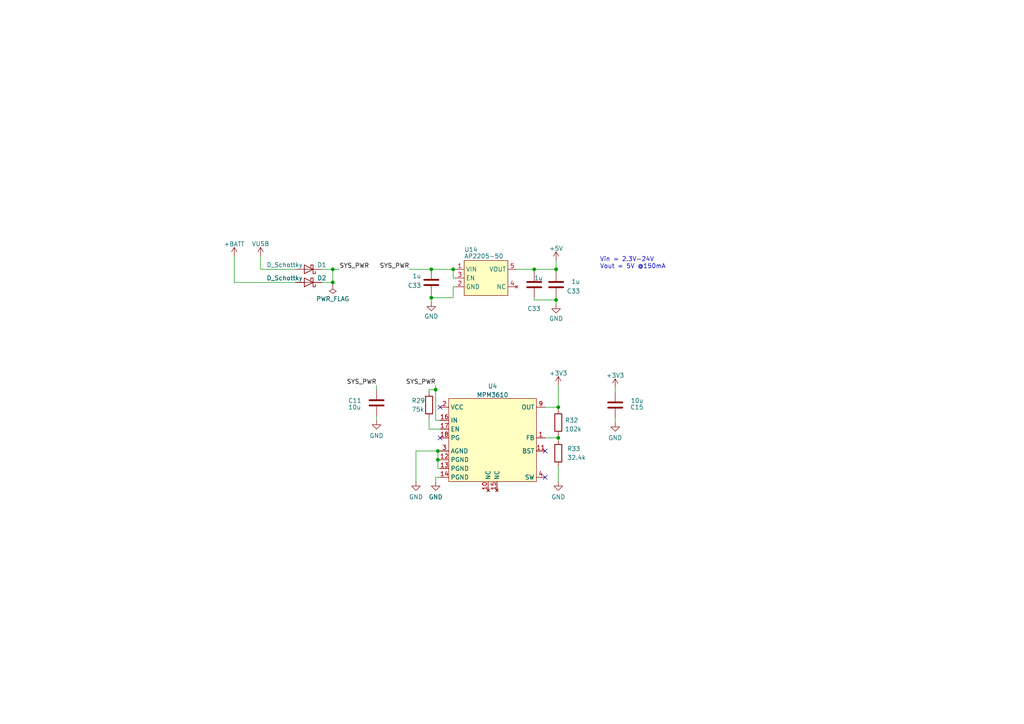
<source format=kicad_sch>
(kicad_sch (version 20230121) (generator eeschema)
  (paper "A4")
  (lib_symbols
    (symbol "0.power-symbols:+3.3V" (power) (pin_names (offset 0))
      (property "Value" "+3.3V" (at 0 3.556 0))
      (symbol "+3.3V_0_1"
        (polyline (pts (xy -0.762 1.27) (xy 0 2.54)))
        (polyline (pts (xy 0 0) (xy 0 2.54)))
        (polyline (pts (xy 0 2.54) (xy 0.762 1.27)))
      )
      (symbol "+3.3V_1_1"
        (pin power_in line (at 0 0 90) (length 0) hide (name "+3V3") (number "1"))
      )
    )
    (symbol "0.power-symbols:+5V" (power) (pin_names (offset 0))
      (property "Value" "+5V" (at 0 3.556 0))
      (symbol "+5V_0_1"
        (polyline (pts (xy -0.762 1.27) (xy 0 2.54)))
        (polyline (pts (xy 0 0) (xy 0 2.54)))
        (polyline (pts (xy 0 2.54) (xy 0.762 1.27)))
      )
      (symbol "+5V_1_1"
        (pin power_in line (at 0 0 90) (length 0) hide (name "+5V") (number "1"))
      )
    )
    (symbol "0.power-symbols:+BATT" (power) (pin_names (offset 0))
      (property "Value" "+BATT" (at 0 3.556 0))
      (symbol "+BATT_0_1"
        (polyline (pts (xy -0.762 1.27) (xy 0 2.54)))
        (polyline (pts (xy 0 0) (xy 0 2.54)))
        (polyline (pts (xy 0 2.54) (xy 0.762 1.27)))
      )
      (symbol "+BATT_1_1"
        (pin power_in line (at 0 0 90) (length 0) hide (name "+BATT") (number "1"))
      )
    )
    (symbol "0.power-symbols:GND" (power) (pin_names (offset 0))
      (property "Value" "GND" (at 0 -3.81 0))
      (symbol "GND_0_1"
        (polyline (pts (xy 0 0) (xy 0 -1.27) (xy 1.27 -1.27) (xy 0 -2.54) (xy -1.27 -1.27) (xy 0 -1.27)))
      )
      (symbol "GND_1_1"
        (pin power_in line (at 0 0 270) (length 0) hide (name "GND") (number "1"))
      )
    )
    (symbol "0.power-symbols:PWR_FLAG" (power) (pin_numbers hide) (pin_names (offset 0) hide)
      (property "Value" "PWR_FLAG" (at 0 3.81 0))
      (symbol "PWR_FLAG_0_0"
        (pin power_out line (at 0 0 90) (length 0) (name "pwr") (number "1"))
      )
      (symbol "PWR_FLAG_0_1"
        (polyline (pts (xy 0 0) (xy 0 1.27) (xy -1.016 1.905) (xy 0 2.54) (xy 1.016 1.905) (xy 0 1.27)))
      )
    )
    (symbol "0.power-symbols:VUSB" (power) (pin_names (offset 0))
      (property "Value" "VUSB" (at 0 3.556 0))
      (symbol "VUSB_0_1"
        (polyline (pts (xy -0.762 1.27) (xy 0 2.54)))
        (polyline (pts (xy 0 0) (xy 0 2.54)))
        (polyline (pts (xy 0 2.54) (xy 0.762 1.27)))
      )
      (symbol "VUSB_1_1"
        (pin power_in line (at 0 0 90) (length 0) hide (name "VUSB") (number "1"))
      )
    )
    (symbol "1.semi.discrete:D_Schottky" (pin_numbers hide) (pin_names (offset 1.016) hide)
      (property "Reference" "D" (at 0 2.54 0))
      (property "Value" "D_Schottky" (at 0 -2.54 0))
      (symbol "D_Schottky_0_1"
        (polyline (pts (xy 1.27 0) (xy -1.27 0)))
        (polyline (pts (xy 1.27 1.27) (xy 1.27 -1.27) (xy -1.27 0) (xy 1.27 1.27)) (stroke (width 0.2032)))
        (polyline (pts (xy -1.905 0.635) (xy -1.905 1.27) (xy -1.27 1.27) (xy -1.27 -1.27) (xy -0.635 -1.27) (xy -0.635 -0.635)) (stroke (width 0.2032)))
      )
      (symbol "D_Schottky_1_1"
        (pin passive line (at -3.81 0 0) (length 2.54) (name "K") (number "1"))
        (pin passive line (at 3.81 0 180) (length 2.54) (name "A") (number "2"))
      )
    )
    (symbol "1.semi.ic.pmic.voltagereg:AP2205"
      (property "Reference" "U" (at -5.715 3.175 0))
      (property "Value" "AP2205" (at -5.715 1.27 0))
      (symbol "AP2205_0_1"
        (rectangle (start -5.715 0) (end 6.985 -10.16) (fill (type background)))
        (pin power_in line (at -8.255 -2.54 0) (length 2.54) (name "VIN") (number "1"))
        (pin power_in line (at -8.255 -7.62 0) (length 2.54) (name "GND") (number "2"))
        (pin input line (at -8.255 -5.08 0) (length 2.54) (name "EN") (number "3"))
        (pin power_out line (at 9.525 -2.54 180) (length 2.54) (name "VOUT") (number "5"))
      )
      (symbol "AP2205_1_1"
        (pin no_connect line (at 9.525 -7.62 180) (length 2.54) (name "NC") (number "4"))
      )
    )
    (symbol "2.passive:C" (pin_numbers hide) (pin_names (offset 0.254))
      (property "Reference" "C" (at 0.635 2.54 0))
      (property "Value" "C" (at 0.635 -2.54 0))
      (symbol "C_0_1"
        (polyline (pts (xy -2.032 -0.762) (xy 2.032 -0.762)) (stroke (width 0.508)))
        (polyline (pts (xy -2.032 0.762) (xy 2.032 0.762)) (stroke (width 0.508)))
      )
      (symbol "C_1_1"
        (pin passive line (at 0 3.81 270) (length 2.794) (name "~") (number "1"))
        (pin passive line (at 0 -3.81 90) (length 2.794) (name "~") (number "2"))
      )
    )
    (symbol "2.passive:R" (pin_numbers hide) (pin_names (offset 0))
      (property "Reference" "R" (at 2.032 0 90))
      (property "Value" "R" (at 0 0 90))
      (symbol "R_0_1"
        (rectangle (start -1.016 -2.54) (end 1.016 2.54) (stroke (width 0.254)))
      )
      (symbol "R_1_1"
        (pin passive line (at 0 3.81 270) (length 1.27) (name "~") (number "1"))
        (pin passive line (at 0 -3.81 90) (length 1.27) (name "~") (number "2"))
      )
    )
    (symbol "MPM3610_2"
      (property "Reference" "U" (at 0 15.24 0))
      (property "Value" "MPM3610_2" (at 0 12.7 0))
      (symbol "MPM3610_2_0_1"
        (rectangle (start -12.7 11.43) (end 12.7 -12.7) (fill (type background)))
      )
      (symbol "MPM3610_2_1_1"
        (pin passive line (at 15.24 0 180) (length 2.54) (name "FB") (number "1"))
        (pin no_connect line (at -1.27 -15.24 90) (length 2.54) (name "NC") (number "10"))
        (pin input line (at 15.24 -3.81 180) (length 2.54) (name "BST") (number "11"))
        (pin passive line (at -15.24 -6.35 0) (length 2.54) (name "PGND") (number "12"))
        (pin passive line (at -15.24 -8.89 0) (length 2.54) (name "PGND") (number "13"))
        (pin passive line (at -15.24 -11.43 0) (length 2.54) (name "PGND") (number "14"))
        (pin no_connect line (at 1.27 -15.24 90) (length 2.54) (name "NC") (number "15"))
        (pin power_in line (at -15.24 5.08 0) (length 2.54) (name "IN") (number "16"))
        (pin passive line (at -15.24 2.54 0) (length 2.54) (name "EN") (number "17"))
        (pin passive line (at -15.24 0 0) (length 2.54) (name "PG") (number "18"))
        (pin power_in line (at -15.24 8.89 0) (length 2.54) (name "VCC") (number "2"))
        (pin passive line (at -15.24 -3.81 0) (length 2.54) (name "AGND") (number "3"))
        (pin output line (at 15.24 -11.43 180) (length 2.54) (name "SW") (number "4"))
        (pin passive line (at 15.24 8.89 180) (length 2.54) (name "OUT") (number "9"))
      )
    )
  )
  (junction (at 125.095 86.36))
  (junction (at 161.925 118.11))
  (junction (at 127 130.81))
  (junction (at 161.29 78.105))
  (junction (at 127 133.35))
  (junction (at 126.365 113.03))
  (junction (at 154.94 78.105))
  (junction (at 161.29 86.995))
  (junction (at 161.925 127))
  (junction (at 125.095 78.105))
  (junction (at 96.52 81.915))
  (junction (at 131.445 78.105))
  (junction (at 96.52 78.105))
  (no_connect (at 158.115 138.43))
  (no_connect (at 127.635 127))
  (no_connect (at 158.115 130.81))
  (no_connect (at 127.635 118.11))
  (wire (pts (xy 127.635 135.89) (xy 127 135.89)))
  (wire (pts (xy 161.925 127) (xy 161.925 127.635)))
  (wire (pts (xy 127.635 124.46) (xy 124.46 124.46)))
  (wire (pts (xy 158.115 127) (xy 161.925 127)))
  (wire (pts (xy 131.445 86.36) (xy 125.095 86.36)))
  (wire (pts (xy 109.22 120.65) (xy 109.22 121.92)))
  (wire (pts (xy 124.46 113.03) (xy 124.46 113.665)))
  (wire (pts (xy 118.745 78.105) (xy 125.095 78.105)))
  (wire (pts (xy 96.52 81.915) (xy 96.52 82.55)))
  (wire (pts (xy 154.94 86.995) (xy 161.29 86.995)))
  (wire (pts (xy 109.22 111.76) (xy 109.22 113.03)))
  (wire (pts (xy 161.925 111.76) (xy 161.925 118.11)))
  (wire (pts (xy 96.52 78.105) (xy 98.425 78.105)))
  (wire (pts (xy 161.29 78.105) (xy 161.29 78.74)))
  (wire (pts (xy 124.46 113.03) (xy 126.365 113.03)))
  (wire (pts (xy 154.94 78.105) (xy 161.29 78.105)))
  (wire (pts (xy 127 133.35) (xy 127.635 133.35)))
  (wire (pts (xy 154.94 78.105) (xy 149.86 78.105)))
  (wire (pts (xy 161.925 126.365) (xy 161.925 127)))
  (wire (pts (xy 131.445 78.105) (xy 131.445 80.645)))
  (wire (pts (xy 154.94 86.995) (xy 154.94 86.36)))
  (wire (pts (xy 126.365 138.43) (xy 126.365 139.7)))
  (wire (pts (xy 131.445 83.185) (xy 132.08 83.185)))
  (wire (pts (xy 154.94 78.74) (xy 154.94 78.105)))
  (wire (pts (xy 120.65 130.81) (xy 127 130.81)))
  (wire (pts (xy 131.445 80.645) (xy 132.08 80.645)))
  (wire (pts (xy 131.445 83.185) (xy 131.445 86.36)))
  (wire (pts (xy 124.46 121.285) (xy 124.46 124.46)))
  (wire (pts (xy 178.435 121.285) (xy 178.435 122.555)))
  (wire (pts (xy 125.095 86.36) (xy 125.095 85.725)))
  (wire (pts (xy 161.925 118.11) (xy 161.925 118.745)))
  (wire (pts (xy 131.445 78.105) (xy 132.08 78.105)))
  (wire (pts (xy 127.635 138.43) (xy 126.365 138.43)))
  (wire (pts (xy 127 130.81) (xy 127.635 130.81)))
  (wire (pts (xy 161.29 86.995) (xy 161.29 88.265)))
  (wire (pts (xy 67.945 81.915) (xy 67.945 74.295)))
  (wire (pts (xy 161.29 75.565) (xy 161.29 78.105)))
  (wire (pts (xy 75.565 74.295) (xy 75.565 78.105)))
  (wire (pts (xy 120.65 130.81) (xy 120.65 139.7)))
  (wire (pts (xy 126.365 113.03) (xy 126.365 111.76)))
  (wire (pts (xy 127 133.35) (xy 127 135.89)))
  (wire (pts (xy 75.565 78.105) (xy 85.725 78.105)))
  (wire (pts (xy 161.29 86.995) (xy 161.29 86.36)))
  (wire (pts (xy 93.345 81.915) (xy 96.52 81.915)))
  (wire (pts (xy 158.115 118.11) (xy 161.925 118.11)))
  (wire (pts (xy 126.365 121.92) (xy 126.365 113.03)))
  (wire (pts (xy 93.345 78.105) (xy 96.52 78.105)))
  (wire (pts (xy 178.435 112.395) (xy 178.435 113.665)))
  (wire (pts (xy 161.925 135.255) (xy 161.925 139.7)))
  (wire (pts (xy 127.635 121.92) (xy 126.365 121.92)))
  (wire (pts (xy 67.945 81.915) (xy 85.725 81.915)))
  (wire (pts (xy 127 130.81) (xy 127 133.35)))
  (wire (pts (xy 96.52 78.105) (xy 96.52 81.915)))
  (wire (pts (xy 125.095 78.105) (xy 131.445 78.105)))
  (wire (pts (xy 125.095 86.36) (xy 125.095 87.63)))
  (text "Vin = 2.3V-24V\nVout = 5V @150mA\n" (at 173.99 78.105 0) (effects (font (size 1.27 1.27)) (justify left bottom)))
  (label "SYS_PWR" (at 109.22 111.76 180))
  (label "SYS_PWR" (at 118.745 78.105 180))
  (label "SYS_PWR" (at 98.425 78.105 0))
  (label "SYS_PWR" (at 126.365 111.76 180))
  (symbol (lib_name "MPM3610_2") (lib_id "1.semi.ic.pmic.voltagereg:MPM3610") (at 142.875 127 0) (unit 1)
    (property "Reference" "U4" (at 142.875 111.9972 0))
    (property "Value" "MPM3610" (at 142.875 114.5341 0))
    (property "Footprint" "1_Semi_QFN:20-PowerLQFN" (effects hide))
    (property "PN" "4,2" (effects hide))
    (instances (project "1.0" (path "" (reference "U4") (unit 1))) (project "eOPRA_interface" (path "" (reference "U16") (unit 1))))
  )
  (symbol (lib_id "0.power-symbols:GND") (at 126.365 139.7 0) (unit 1)
    (property "Reference" "#PWR052" (effects hide))
    (property "Value" "GND" (at 126.365 144.1434 0))
    (instances (project "1.0" (path "" (reference "#PWR052") (unit 1))) (project "eOPRA_interface" (path "" (reference "#PWR044") (unit 1))))
  )
  (symbol (lib_id "1.semi.discrete:D_Schottky") (at 89.535 81.915 180) (unit 1)
    (property "Reference" "D2" (at 93.345 80.645 0))
    (property "Value" "D_Schottky" (at 82.55 80.645 0))
    (property "Footprint" "1_Semi_Discrete_Diodes_SMD:D_SOD-123F" (effects hide))
    (property "Part" "PMEG1030EH" (effects hide))
    (instances (project "1.0" (path "" (reference "D2") (unit 1))) (project "eOPRA_interface" (path "" (reference "D2") (unit 1)) (path "" (reference "D5") (unit 1))))
  )
  (symbol (lib_id "0.power-symbols:PWR_FLAG") (at 96.52 82.55 180) (unit 1)
    (property "Reference" "#FLG02" (effects hide))
    (property "Value" "PWR_FLAG" (at 96.52 86.6855 0))
  )
  (symbol (lib_id "0.power-symbols:+BATT") (at 67.945 74.295 0) (unit 1)
    (property "Reference" "#PWR0107" (effects hide))
    (property "Value" "+BATT" (at 67.945 70.7931 0))
  )
  (symbol (lib_id "0.power-symbols:+5V") (at 161.29 75.565 0) (unit 1)
    (property "Reference" "#PWR048" (effects hide))
    (property "Value" "+5V" (at 161.29 72.0631 0))
  )
  (symbol (lib_id "2.passive:C") (at 154.94 82.55 180) (unit 1)
    (property "Reference" "C33" (at 156.845 89.535 0) (effects (justify left)))
    (property "Value" "1u" (at 157.48 80.645 0) (effects (justify left)))
    (property "Footprint" "2_Passives_Capacitors_SMD_IPC:C_1608_603_B" (effects hide))
    (instances (project "1.0" (path "" (reference "C33") (unit 1))) (project "eOPRA_interface" (path "" (reference "C1") (unit 1)) (path "" (reference "C19") (unit 1))))
  )
  (symbol (lib_id "2.passive:R") (at 161.925 122.555 0) (unit 1)
    (property "Reference" "R32" (at 163.83 121.92 0) (effects (justify left)))
    (property "Value" "102k" (at 163.83 124.46 0) (effects (justify left)))
    (property "Footprint" "2_Passives_Resistors_SMD_IPC:R_1608_603_B" (effects hide))
    (property "PN" "1,1" (effects hide))
    (instances (project "1.0" (path "" (reference "R32") (unit 1))) (project "eOPRA_interface" (path "" (reference "R23") (unit 1))))
  )
  (symbol (lib_id "0.power-symbols:GND") (at 120.65 139.7 0) (unit 1)
    (property "Reference" "#PWR046" (effects hide))
    (property "Value" "GND" (at 120.65 144.1434 0))
    (instances (project "1.0" (path "" (reference "#PWR046") (unit 1))) (project "eOPRA_interface" (path "" (reference "#PWR042") (unit 1))))
  )
  (symbol (lib_id "2.passive:R") (at 161.925 131.445 0) (unit 1)
    (property "Reference" "R33" (at 164.465 130.175 0) (effects (justify left)))
    (property "Value" "32.4k" (at 164.465 132.715 0) (effects (justify left)))
    (property "Footprint" "2_Passives_Resistors_SMD_IPC:R_1608_603_B" (effects hide))
    (property "PN" "1,3" (effects hide))
    (instances (project "1.0" (path "" (reference "R33") (unit 1))) (project "eOPRA_interface" (path "" (reference "R80") (unit 1))))
  )
  (symbol (lib_id "0.power-symbols:GND") (at 178.435 122.555 0) (unit 1)
    (property "Reference" "#PWR063" (effects hide))
    (property "Value" "GND" (at 178.435 126.9984 0))
    (instances (project "1.0" (path "" (reference "#PWR063") (unit 1))) (project "eOPRA_interface" (path "" (reference "#PWR0104") (unit 1))))
  )
  (symbol (lib_id "0.power-symbols:GND") (at 125.095 87.63 0) (unit 1)
    (property "Reference" "#PWR08" (effects hide))
    (property "Value" "GND" (at 125.095 91.7655 0))
  )
  (symbol (lib_id "2.passive:C") (at 178.435 117.475 180) (unit 1)
    (property "Reference" "C15" (at 186.69 118.11 0) (effects (justify left)))
    (property "Value" "10u" (at 186.69 116.205 0) (effects (justify left)))
    (property "Footprint" "2_Passives_Capacitors_SMD_IPC:C_2012_805_B" (effects hide))
    (property "PN" "2,2" (effects hide))
    (instances (project "1.0" (path "" (reference "C15") (unit 1))) (project "eOPRA_interface" (path "" (reference "C29") (unit 1))))
  )
  (symbol (lib_id "0.power-symbols:VUSB") (at 75.565 74.295 0) (unit 1)
    (property "Reference" "#PWR064" (effects hide))
    (property "Value" "VUSB" (at 75.565 70.7192 0))
    (instances (project "1.0" (path "" (reference "#PWR064") (unit 1))) (project "eOPRA_interface" (path "" (reference "#PWR05") (unit 1)) (path "" (reference "#PWR045") (unit 1))))
  )
  (symbol (lib_id "2.passive:C") (at 109.22 116.84 0) (unit 1)
    (property "Reference" "C11" (at 100.965 116.205 0) (effects (justify left)))
    (property "Value" "10u" (at 100.965 118.11 0) (effects (justify left)))
    (property "Footprint" "2_Passives_Capacitors_SMD_IPC:C_2012_805_B" (effects hide))
    (property "PN" "2,2" (effects hide))
    (instances (project "1.0" (path "" (reference "C11") (unit 1))) (project "eOPRA_interface" (path "" (reference "C28") (unit 1))))
  )
  (symbol (lib_id "0.power-symbols:GND") (at 109.22 121.92 0) (unit 1)
    (property "Reference" "#PWR017" (effects hide))
    (property "Value" "GND" (at 109.22 126.3634 0))
    (instances (project "1.0" (path "" (reference "#PWR017") (unit 1))) (project "eOPRA_interface" (path "" (reference "#PWR041") (unit 1))))
  )
  (symbol (lib_id "0.power-symbols:GND") (at 161.29 88.265 0) (unit 1)
    (property "Reference" "#PWR046" (effects hide))
    (property "Value" "GND" (at 161.29 92.4005 0))
  )
  (symbol (lib_id "1.semi.discrete:D_Schottky") (at 89.535 78.105 180) (unit 1)
    (property "Reference" "D1" (at 93.345 76.835 0))
    (property "Value" "D_Schottky" (at 82.55 76.835 0))
    (property "Footprint" "1_Semi_Discrete_Diodes_SMD:D_SOD-123F" (effects hide))
    (property "Part" "PMEG1030EH" (effects hide))
    (instances (project "1.0" (path "" (reference "D1") (unit 1))) (project "eOPRA_interface" (path "" (reference "D1") (unit 1)) (path "" (reference "D4") (unit 1))))
  )
  (symbol (lib_id "2.passive:C") (at 125.095 81.915 180) (unit 1)
    (property "Reference" "C33" (at 122.174 82.8235 0) (effects (justify left)))
    (property "Value" "1u" (at 122.174 80.0484 0) (effects (justify left)))
    (property "Footprint" "2_Passives_Capacitors_SMD_IPC:C_1608_603_B" (effects hide))
    (instances (project "1.0" (path "" (reference "C33") (unit 1))) (project "eOPRA_interface" (path "" (reference "C1") (unit 1)) (path "" (reference "C6") (unit 1))))
  )
  (symbol (lib_id "0.power-symbols:+3.3V") (at 161.925 111.76 0) (unit 1)
    (property "Reference" "#PWR0105" (effects hide))
    (property "Value" "+3.3V" (at 161.925 108.2581 0))
  )
  (symbol (lib_id "2.passive:C") (at 161.29 82.55 180) (unit 1)
    (property "Reference" "C33" (at 168.275 84.455 0) (effects (justify left)))
    (property "Value" "1u" (at 168.275 81.6799 0) (effects (justify left)))
    (property "Footprint" "2_Passives_Capacitors_SMD_IPC:C_1608_603_B" (effects hide))
    (instances (project "1.0" (path "" (reference "C33") (unit 1))) (project "eOPRA_interface" (path "" (reference "C1") (unit 1)) (path "" (reference "C20") (unit 1))))
  )
  (symbol (lib_id "1.semi.ic.pmic.voltagereg:AP2205") (at 140.335 75.565 0) (unit 1)
    (property "Reference" "U14" (at 134.62 72.39 0) (effects (justify left)))
    (property "Value" "AP2205-50" (at 134.62 74.295 0) (effects (justify left)))
    (property "Footprint" "1_Semi_TO_SOT:TSOT-23-5" (effects hide))
  )
  (symbol (lib_id "2.passive:R") (at 124.46 117.475 0) (unit 1)
    (property "Reference" "R29" (at 119.38 116.2081 0) (effects (justify left)))
    (property "Value" "75k" (at 119.38 118.745 0) (effects (justify left)))
    (property "Footprint" "2_Passives_Resistors_SMD_IPC:R_1608_603_B" (effects hide))
    (property "PN" "1,2" (effects hide))
    (instances (project "1.0" (path "" (reference "R29") (unit 1))) (project "eOPRA_interface" (path "" (reference "R20") (unit 1))))
  )
  (symbol (lib_id "0.power-symbols:GND") (at 161.925 139.7 0) (unit 1)
    (property "Reference" "#PWR058" (effects hide))
    (property "Value" "GND" (at 161.925 144.1434 0))
    (instances (project "1.0" (path "" (reference "#PWR058") (unit 1))) (project "eOPRA_interface" (path "" (reference "#PWR0103") (unit 1))))
  )
  (symbol (lib_id "0.power-symbols:+3.3V") (at 178.435 112.395 0) (unit 1)
    (property "Reference" "#PWR0106" (effects hide))
    (property "Value" "+3.3V" (at 178.435 108.8931 0))
  )
)
</source>
